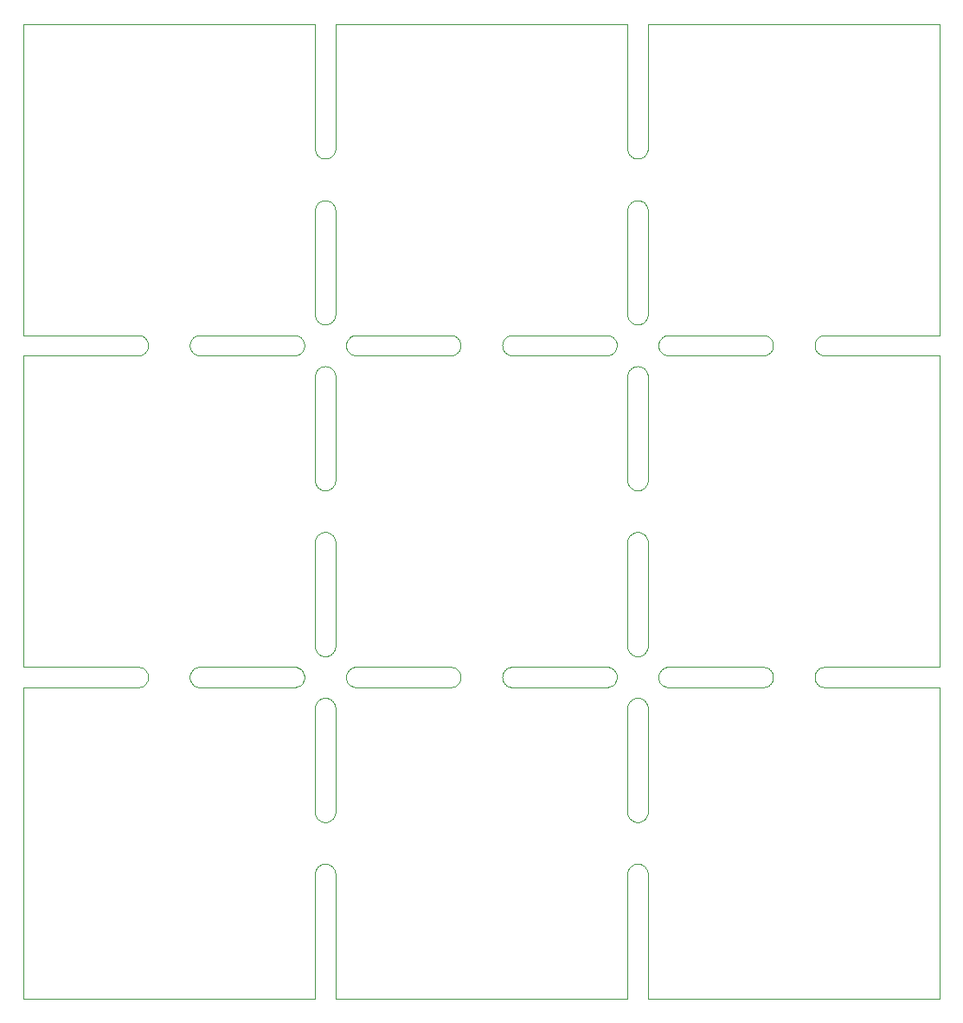
<source format=gko>
%MOIN*%
%OFA0B0*%
%FSLAX36Y36*%
%IPPOS*%
%LPD*%
%ADD10C,0*%
D10*
X001124999Y001359044D02*
X001124999Y001359044D01*
X001124999Y001759065D01*
X001125121Y001762154D01*
X001125484Y001765224D01*
X001126087Y001768256D01*
X001126926Y001771231D01*
X001127996Y001774131D01*
X001129290Y001776939D01*
X001130801Y001779636D01*
X001132518Y001782206D01*
X001134432Y001784634D01*
X001136531Y001786904D01*
X001138801Y001789002D01*
X001141228Y001790916D01*
X001143799Y001792634D01*
X001146496Y001794144D01*
X001149303Y001795438D01*
X001152203Y001796508D01*
X001155179Y001797347D01*
X001158211Y001797950D01*
X001161281Y001798314D01*
X001164369Y001798435D01*
X001164370Y001798435D01*
X001167459Y001798314D01*
X001170528Y001797950D01*
X001173560Y001797347D01*
X001176536Y001796508D01*
X001179436Y001795438D01*
X001182243Y001794144D01*
X001184940Y001792634D01*
X001187511Y001790916D01*
X001189938Y001789002D01*
X001192208Y001786904D01*
X001194307Y001784634D01*
X001196221Y001782206D01*
X001197938Y001779636D01*
X001199449Y001776939D01*
X001200743Y001774131D01*
X001201813Y001771231D01*
X001202652Y001768256D01*
X001203255Y001765224D01*
X001203618Y001762154D01*
X001203740Y001759065D01*
X001203740Y001359044D01*
X001203618Y001355955D01*
X001203255Y001352885D01*
X001202652Y001349854D01*
X001201813Y001346878D01*
X001200743Y001343978D01*
X001199449Y001341171D01*
X001197938Y001338473D01*
X001196221Y001335903D01*
X001194307Y001333475D01*
X001192208Y001331205D01*
X001189938Y001329107D01*
X001187511Y001327193D01*
X001184940Y001325476D01*
X001182243Y001323965D01*
X001179436Y001322671D01*
X001176536Y001321601D01*
X001173560Y001320762D01*
X001170528Y001320159D01*
X001167459Y001319796D01*
X001164370Y001319674D01*
X001164369Y001319674D01*
X001161281Y001319796D01*
X001158211Y001320159D01*
X001155179Y001320762D01*
X001152203Y001321601D01*
X001149303Y001322671D01*
X001146496Y001323965D01*
X001143799Y001325476D01*
X001141228Y001327193D01*
X001138801Y001329107D01*
X001136531Y001331205D01*
X001134432Y001333475D01*
X001132518Y001335903D01*
X001130801Y001338473D01*
X001129290Y001341171D01*
X001127996Y001343978D01*
X001126926Y001346878D01*
X001126087Y001349854D01*
X001125484Y001352885D01*
X001125121Y001355955D01*
X001124999Y001359044D01*
X000000000Y000000000D02*
X000000000Y000000000D01*
X001124999Y000000000D01*
X001124999Y000480325D01*
X001125121Y000483414D01*
X001125484Y000486484D01*
X001126087Y000489516D01*
X001126926Y000492491D01*
X001127996Y000495391D01*
X001129290Y000498198D01*
X001130801Y000500896D01*
X001132518Y000503466D01*
X001134432Y000505894D01*
X001136531Y000508164D01*
X001138801Y000510262D01*
X001141228Y000512176D01*
X001143799Y000513893D01*
X001146496Y000515404D01*
X001149303Y000516698D01*
X001152203Y000517768D01*
X001155179Y000518607D01*
X001158211Y000519210D01*
X001161281Y000519574D01*
X001164369Y000519695D01*
X001164370Y000519695D01*
X001167459Y000519574D01*
X001170528Y000519210D01*
X001173560Y000518607D01*
X001176536Y000517768D01*
X001179436Y000516698D01*
X001182243Y000515404D01*
X001184940Y000513893D01*
X001187511Y000512176D01*
X001189938Y000510262D01*
X001192208Y000508164D01*
X001194307Y000505894D01*
X001196221Y000503466D01*
X001197938Y000500896D01*
X001199449Y000498198D01*
X001200743Y000495391D01*
X001201813Y000492491D01*
X001202652Y000489516D01*
X001203255Y000486484D01*
X001203618Y000483414D01*
X001203740Y000480325D01*
X001203740Y000000000D01*
X002328740Y000000000D01*
X002328740Y000480325D01*
X002328861Y000483414D01*
X002329224Y000486484D01*
X002329827Y000489516D01*
X002330666Y000492491D01*
X002331736Y000495391D01*
X002333031Y000498198D01*
X002334541Y000500896D01*
X002336259Y000503466D01*
X002338172Y000505894D01*
X002340271Y000508164D01*
X002342541Y000510262D01*
X002344968Y000512176D01*
X002347539Y000513893D01*
X002350236Y000515404D01*
X002353043Y000516698D01*
X002355944Y000517768D01*
X002358919Y000518607D01*
X002361951Y000519210D01*
X002365021Y000519574D01*
X002368110Y000519695D01*
X002368110Y000519695D01*
X002371199Y000519574D01*
X002374269Y000519210D01*
X002377301Y000518607D01*
X002380276Y000517768D01*
X002383176Y000516698D01*
X002385983Y000515404D01*
X002388681Y000513893D01*
X002391251Y000512176D01*
X002393679Y000510262D01*
X002395949Y000508164D01*
X002398047Y000505894D01*
X002399961Y000503466D01*
X002401678Y000500896D01*
X002403189Y000498198D01*
X002404483Y000495391D01*
X002405553Y000492491D01*
X002406392Y000489516D01*
X002406995Y000486484D01*
X002407358Y000483414D01*
X002407480Y000480325D01*
X002407480Y000000000D01*
X003532480Y000000000D01*
X003532480Y001200000D01*
X003089654Y001200000D01*
X003086566Y001200121D01*
X003083496Y001200484D01*
X003080464Y001201087D01*
X003077488Y001201926D01*
X003074588Y001202996D01*
X003071781Y001204291D01*
X003069084Y001205801D01*
X003066513Y001207519D01*
X003064086Y001209432D01*
X003061816Y001211531D01*
X003059717Y001213801D01*
X003057803Y001216228D01*
X003056086Y001218799D01*
X003054575Y001221496D01*
X003053281Y001224303D01*
X003052211Y001227204D01*
X003051372Y001230179D01*
X003050769Y001233211D01*
X003050406Y001236281D01*
X003050284Y001239370D01*
X003050284Y001239370D01*
X003050406Y001242459D01*
X003050769Y001245528D01*
X003051372Y001248560D01*
X003052211Y001251536D01*
X003053281Y001254436D01*
X003054575Y001257243D01*
X003056086Y001259940D01*
X003057803Y001262511D01*
X003059717Y001264938D01*
X003061816Y001267208D01*
X003064086Y001269307D01*
X003066513Y001271221D01*
X003069084Y001272938D01*
X003071781Y001274449D01*
X003074588Y001275743D01*
X003077488Y001276813D01*
X003080464Y001277652D01*
X003083496Y001278255D01*
X003086566Y001278618D01*
X003089654Y001278740D01*
X003532480Y001278740D01*
X003532480Y002478740D01*
X003089654Y002478740D01*
X003086566Y002478861D01*
X003083496Y002479224D01*
X003080464Y002479827D01*
X003077488Y002480667D01*
X003074588Y002481737D01*
X003071781Y002483031D01*
X003069084Y002484541D01*
X003066513Y002486259D01*
X003064086Y002488172D01*
X003061816Y002490271D01*
X003059717Y002492541D01*
X003057803Y002494969D01*
X003056086Y002497539D01*
X003054575Y002500236D01*
X003053281Y002503043D01*
X003052211Y002505944D01*
X003051372Y002508919D01*
X003050769Y002511951D01*
X003050406Y002515021D01*
X003050284Y002518110D01*
X003050284Y002518110D01*
X003050406Y002521199D01*
X003050769Y002524269D01*
X003051372Y002527301D01*
X003052211Y002530276D01*
X003053281Y002533176D01*
X003054575Y002535983D01*
X003056086Y002538681D01*
X003057803Y002541251D01*
X003059717Y002543679D01*
X003061816Y002545949D01*
X003064086Y002548047D01*
X003066513Y002549961D01*
X003069084Y002551678D01*
X003071781Y002553189D01*
X003074588Y002554483D01*
X003077488Y002555553D01*
X003080464Y002556392D01*
X003083496Y002556995D01*
X003086566Y002557358D01*
X003089654Y002557480D01*
X003532480Y002557480D01*
X003532480Y003757480D01*
X002407480Y003757480D01*
X002407480Y003277154D01*
X002407358Y003274066D01*
X002406995Y003270996D01*
X002406392Y003267964D01*
X002405553Y003264988D01*
X002404483Y003262088D01*
X002403189Y003259281D01*
X002401678Y003256584D01*
X002399961Y003254013D01*
X002398047Y003251586D01*
X002395949Y003249316D01*
X002393679Y003247217D01*
X002391251Y003245303D01*
X002388681Y003243586D01*
X002385983Y003242075D01*
X002383176Y003240781D01*
X002380276Y003239711D01*
X002377301Y003238872D01*
X002374269Y003238269D01*
X002371199Y003237906D01*
X002368110Y003237784D01*
X002368110Y003237784D01*
X002365021Y003237906D01*
X002361951Y003238269D01*
X002358919Y003238872D01*
X002355944Y003239711D01*
X002353043Y003240781D01*
X002350236Y003242075D01*
X002347539Y003243586D01*
X002344968Y003245303D01*
X002342541Y003247217D01*
X002340271Y003249316D01*
X002338172Y003251586D01*
X002336259Y003254013D01*
X002334541Y003256584D01*
X002333031Y003259281D01*
X002331736Y003262088D01*
X002330666Y003264988D01*
X002329827Y003267964D01*
X002329224Y003270996D01*
X002328861Y003274066D01*
X002328740Y003277154D01*
X002328740Y003757480D01*
X001203740Y003757480D01*
X001203740Y003277154D01*
X001203618Y003274066D01*
X001203255Y003270996D01*
X001202652Y003267964D01*
X001201813Y003264988D01*
X001200743Y003262088D01*
X001199449Y003259281D01*
X001197938Y003256584D01*
X001196221Y003254013D01*
X001194307Y003251586D01*
X001192208Y003249316D01*
X001189938Y003247217D01*
X001187511Y003245303D01*
X001184940Y003243586D01*
X001182243Y003242075D01*
X001179436Y003240781D01*
X001176536Y003239711D01*
X001173560Y003238872D01*
X001170528Y003238269D01*
X001167459Y003237906D01*
X001164370Y003237784D01*
X001164369Y003237784D01*
X001161281Y003237906D01*
X001158211Y003238269D01*
X001155179Y003238872D01*
X001152203Y003239711D01*
X001149303Y003240781D01*
X001146496Y003242075D01*
X001143799Y003243586D01*
X001141228Y003245303D01*
X001138801Y003247217D01*
X001136531Y003249316D01*
X001134432Y003251586D01*
X001132518Y003254013D01*
X001130801Y003256584D01*
X001129290Y003259281D01*
X001127996Y003262088D01*
X001126926Y003264988D01*
X001126087Y003267964D01*
X001125484Y003270996D01*
X001125121Y003274066D01*
X001124999Y003277154D01*
X001124999Y003757480D01*
X000000000Y003757480D01*
X000000000Y002557480D01*
X000442825Y002557480D01*
X000445914Y002557358D01*
X000448984Y002556995D01*
X000452016Y002556392D01*
X000454991Y002555553D01*
X000457891Y002554483D01*
X000460698Y002553189D01*
X000463396Y002551678D01*
X000465966Y002549961D01*
X000468394Y002548047D01*
X000470664Y002545949D01*
X000472762Y002543679D01*
X000474676Y002541251D01*
X000476393Y002538681D01*
X000477904Y002535983D01*
X000479198Y002533176D01*
X000480268Y002530276D01*
X000481107Y002527301D01*
X000481710Y002524269D01*
X000482074Y002521199D01*
X000482195Y002518110D01*
X000482195Y002518110D01*
X000482074Y002515021D01*
X000481710Y002511951D01*
X000481107Y002508919D01*
X000480268Y002505944D01*
X000479198Y002503043D01*
X000477904Y002500236D01*
X000476393Y002497539D01*
X000474676Y002494969D01*
X000472762Y002492541D01*
X000470664Y002490271D01*
X000468394Y002488172D01*
X000465966Y002486259D01*
X000463396Y002484541D01*
X000460698Y002483031D01*
X000457891Y002481737D01*
X000454991Y002480667D01*
X000452016Y002479827D01*
X000448984Y002479224D01*
X000445914Y002478861D01*
X000442825Y002478740D01*
X000000000Y002478740D01*
X000000000Y001278740D01*
X000442825Y001278740D01*
X000445914Y001278618D01*
X000448984Y001278255D01*
X000452016Y001277652D01*
X000454991Y001276813D01*
X000457891Y001275743D01*
X000460698Y001274449D01*
X000463396Y001272938D01*
X000465966Y001271221D01*
X000468394Y001269307D01*
X000470664Y001267208D01*
X000472762Y001264938D01*
X000474676Y001262511D01*
X000476393Y001259940D01*
X000477904Y001257243D01*
X000479198Y001254436D01*
X000480268Y001251536D01*
X000481107Y001248560D01*
X000481710Y001245528D01*
X000482074Y001242459D01*
X000482195Y001239370D01*
X000482195Y001239370D01*
X000482074Y001236281D01*
X000481710Y001233211D01*
X000481107Y001230179D01*
X000480268Y001227204D01*
X000479198Y001224303D01*
X000477904Y001221496D01*
X000476393Y001218799D01*
X000474676Y001216228D01*
X000472762Y001213801D01*
X000470664Y001211531D01*
X000468394Y001209432D01*
X000465966Y001207519D01*
X000463396Y001205801D01*
X000460698Y001204291D01*
X000457891Y001202996D01*
X000454991Y001201926D01*
X000452016Y001201087D01*
X000448984Y001200484D01*
X000445914Y001200121D01*
X000442825Y001200000D01*
X000000000Y001200000D01*
X000000000Y000000000D01*
X002487784Y002478740D02*
X002487784Y002478740D01*
X002483092Y002479020D01*
X002478466Y002479858D01*
X002473973Y002481242D01*
X002469678Y002483151D01*
X002465640Y002485558D01*
X002461918Y002488429D01*
X002458565Y002491724D01*
X002455628Y002495395D01*
X002453150Y002499390D01*
X002451165Y002503651D01*
X002449703Y002508119D01*
X002448784Y002512729D01*
X002448420Y002517416D01*
X002448618Y002522113D01*
X002449375Y002526752D01*
X002450679Y002531269D01*
X002452511Y002535598D01*
X002454847Y002539677D01*
X002457653Y002543449D01*
X002460888Y002546860D01*
X002460888Y002546860D01*
X002461988Y002547851D01*
X002463124Y002548800D01*
X002464295Y002549705D01*
X002465500Y002550566D01*
X002466736Y002551381D01*
X002468002Y002552149D01*
X002469295Y002552868D01*
X002470615Y002553539D01*
X002471959Y002554159D01*
X002473326Y002554729D01*
X002474713Y002555246D01*
X002476118Y002555712D01*
X002477540Y002556124D01*
X002478976Y002556482D01*
X002480425Y002556786D01*
X002481885Y002557035D01*
X002483352Y002557230D01*
X002484826Y002557369D01*
X002486304Y002557452D01*
X002487784Y002557480D01*
X002850305Y002557480D01*
X002853394Y002557358D01*
X002856464Y002556995D01*
X002859496Y002556392D01*
X002862471Y002555553D01*
X002865371Y002554483D01*
X002868179Y002553189D01*
X002870876Y002551678D01*
X002873446Y002549961D01*
X002875874Y002548047D01*
X002878144Y002545949D01*
X002880242Y002543679D01*
X002882156Y002541251D01*
X002883874Y002538681D01*
X002885384Y002535983D01*
X002886678Y002533176D01*
X002887748Y002530276D01*
X002888587Y002527301D01*
X002889191Y002524269D01*
X002889554Y002521199D01*
X002889675Y002518110D01*
X002889675Y002518110D01*
X002889554Y002515021D01*
X002889191Y002511951D01*
X002888587Y002508919D01*
X002887748Y002505944D01*
X002886678Y002503043D01*
X002885384Y002500236D01*
X002883874Y002497539D01*
X002882156Y002494969D01*
X002880242Y002492541D01*
X002878144Y002490271D01*
X002875874Y002488172D01*
X002873446Y002486259D01*
X002870876Y002484541D01*
X002868179Y002483031D01*
X002865371Y002481737D01*
X002862471Y002480667D01*
X002859496Y002479827D01*
X002856464Y002479224D01*
X002853394Y002478861D01*
X002850305Y002478740D01*
X002487784Y002478740D01*
X002328740Y002398435D02*
X002328740Y002398435D01*
X002328861Y002401524D01*
X002329224Y002404594D01*
X002329827Y002407626D01*
X002330666Y002410601D01*
X002331736Y002413501D01*
X002333031Y002416309D01*
X002334541Y002419006D01*
X002336259Y002421576D01*
X002338172Y002424004D01*
X002340271Y002426274D01*
X002342541Y002428372D01*
X002344968Y002430286D01*
X002347539Y002432004D01*
X002350236Y002433514D01*
X002353043Y002434808D01*
X002355944Y002435878D01*
X002358919Y002436717D01*
X002361951Y002437320D01*
X002365021Y002437684D01*
X002368110Y002437805D01*
X002368110Y002437805D01*
X002371199Y002437684D01*
X002374269Y002437320D01*
X002377301Y002436717D01*
X002380276Y002435878D01*
X002383176Y002434808D01*
X002385983Y002433514D01*
X002388681Y002432004D01*
X002391251Y002430286D01*
X002393679Y002428372D01*
X002395949Y002426274D01*
X002398047Y002424004D01*
X002399961Y002421576D01*
X002401678Y002419006D01*
X002403189Y002416309D01*
X002404483Y002413501D01*
X002405553Y002410601D01*
X002406392Y002407626D01*
X002406995Y002404594D01*
X002407358Y002401524D01*
X002407480Y002398435D01*
X002407480Y001998414D01*
X002407358Y001995325D01*
X002406995Y001992255D01*
X002406392Y001989224D01*
X002405553Y001986248D01*
X002404483Y001983348D01*
X002403189Y001980541D01*
X002401678Y001977844D01*
X002399961Y001975273D01*
X002398047Y001972845D01*
X002395949Y001970575D01*
X002393679Y001968477D01*
X002391251Y001966563D01*
X002388681Y001964846D01*
X002385983Y001963335D01*
X002383176Y001962041D01*
X002380276Y001960971D01*
X002377301Y001960132D01*
X002374269Y001959529D01*
X002371199Y001959166D01*
X002368110Y001959044D01*
X002368110Y001959044D01*
X002365021Y001959166D01*
X002361951Y001959529D01*
X002358919Y001960132D01*
X002355944Y001960971D01*
X002353043Y001962041D01*
X002350236Y001963335D01*
X002347539Y001964846D01*
X002344968Y001966563D01*
X002342541Y001968477D01*
X002340271Y001970575D01*
X002338172Y001972845D01*
X002336259Y001975273D01*
X002334541Y001977844D01*
X002333031Y001980541D01*
X002331736Y001983348D01*
X002330666Y001986248D01*
X002329827Y001989224D01*
X002329224Y001992255D01*
X002328861Y001995325D01*
X002328740Y001998414D01*
X002328740Y002398435D01*
X002248435Y002557480D02*
X002248435Y002557480D01*
X002249915Y002557452D01*
X002251393Y002557369D01*
X002252867Y002557230D01*
X002254335Y002557035D01*
X002255794Y002556786D01*
X002257243Y002556482D01*
X002258679Y002556124D01*
X002260101Y002555712D01*
X002261507Y002555246D01*
X002262894Y002554729D01*
X002264260Y002554159D01*
X002265604Y002553539D01*
X002266924Y002552868D01*
X002268218Y002552149D01*
X002269484Y002551381D01*
X002270720Y002550566D01*
X002271924Y002549705D01*
X002273095Y002548800D01*
X002274232Y002547851D01*
X002275332Y002546860D01*
X002275332Y002546860D01*
X002278567Y002543449D01*
X002281372Y002539677D01*
X002283708Y002535598D01*
X002285541Y002531269D01*
X002286845Y002526752D01*
X002287601Y002522113D01*
X002287799Y002517416D01*
X002287436Y002512729D01*
X002286516Y002508119D01*
X002285054Y002503651D01*
X002283070Y002499390D01*
X002280591Y002495395D01*
X002277655Y002491724D01*
X002274302Y002488429D01*
X002270580Y002485558D01*
X002266542Y002483151D01*
X002262246Y002481242D01*
X002257753Y002479858D01*
X002253128Y002479020D01*
X002248435Y002478740D01*
X001885914Y002478740D01*
X001882825Y002478861D01*
X001879755Y002479224D01*
X001876724Y002479827D01*
X001873748Y002480667D01*
X001870848Y002481737D01*
X001868041Y002483031D01*
X001865344Y002484541D01*
X001862773Y002486259D01*
X001860346Y002488172D01*
X001858075Y002490271D01*
X001855977Y002492541D01*
X001854063Y002494969D01*
X001852346Y002497539D01*
X001850835Y002500236D01*
X001849541Y002503043D01*
X001848471Y002505944D01*
X001847632Y002508919D01*
X001847029Y002511951D01*
X001846666Y002515021D01*
X001846544Y002518110D01*
X001846544Y002518110D01*
X001846666Y002521199D01*
X001847029Y002524269D01*
X001847632Y002527301D01*
X001848471Y002530276D01*
X001849541Y002533176D01*
X001850835Y002535983D01*
X001852346Y002538681D01*
X001854063Y002541251D01*
X001855977Y002543679D01*
X001858075Y002545949D01*
X001860346Y002548047D01*
X001862773Y002549961D01*
X001865344Y002551678D01*
X001868041Y002553189D01*
X001870848Y002554483D01*
X001873748Y002555553D01*
X001876724Y002556392D01*
X001879755Y002556995D01*
X001882825Y002557358D01*
X001885914Y002557480D01*
X002248435Y002557480D01*
X002407480Y002637784D02*
X002407480Y002637784D01*
X002407358Y002634695D01*
X002406995Y002631626D01*
X002406392Y002628594D01*
X002405553Y002625618D01*
X002404483Y002622718D01*
X002403189Y002619911D01*
X002401678Y002617214D01*
X002399961Y002614643D01*
X002398047Y002612216D01*
X002395949Y002609946D01*
X002393679Y002607847D01*
X002391251Y002605933D01*
X002388681Y002604216D01*
X002385983Y002602705D01*
X002383176Y002601411D01*
X002380276Y002600341D01*
X002377301Y002599502D01*
X002374269Y002598899D01*
X002371199Y002598536D01*
X002368110Y002598414D01*
X002368110Y002598414D01*
X002365021Y002598536D01*
X002361951Y002598899D01*
X002358919Y002599502D01*
X002355944Y002600341D01*
X002353043Y002601411D01*
X002350236Y002602705D01*
X002347539Y002604216D01*
X002344968Y002605933D01*
X002342541Y002607847D01*
X002340271Y002609946D01*
X002338172Y002612216D01*
X002336259Y002614643D01*
X002334541Y002617214D01*
X002333031Y002619911D01*
X002331736Y002622718D01*
X002330666Y002625618D01*
X002329827Y002628594D01*
X002329224Y002631626D01*
X002328861Y002634695D01*
X002328740Y002637784D01*
X002328740Y003037805D01*
X002328861Y003040894D01*
X002329224Y003043964D01*
X002329827Y003046996D01*
X002330666Y003049971D01*
X002331736Y003052871D01*
X002333031Y003055679D01*
X002334541Y003058376D01*
X002336259Y003060946D01*
X002338172Y003063374D01*
X002340271Y003065644D01*
X002342541Y003067742D01*
X002344968Y003069656D01*
X002347539Y003071374D01*
X002350236Y003072884D01*
X002353043Y003074178D01*
X002355944Y003075248D01*
X002358919Y003076087D01*
X002361951Y003076691D01*
X002365021Y003077054D01*
X002368110Y003077175D01*
X002368110Y003077175D01*
X002371199Y003077054D01*
X002374269Y003076691D01*
X002377301Y003076087D01*
X002380276Y003075248D01*
X002383176Y003074178D01*
X002385983Y003072884D01*
X002388681Y003071374D01*
X002391251Y003069656D01*
X002393679Y003067742D01*
X002395949Y003065644D01*
X002398047Y003063374D01*
X002399961Y003060946D01*
X002401678Y003058376D01*
X002403189Y003055679D01*
X002404483Y003052871D01*
X002405553Y003049971D01*
X002406392Y003046996D01*
X002406995Y003043964D01*
X002407358Y003040894D01*
X002407480Y003037805D01*
X002407480Y002637784D01*
X002487784Y001200000D02*
X002487784Y001200000D01*
X002483092Y001200280D01*
X002478466Y001201118D01*
X002473973Y001202501D01*
X002469678Y001204410D01*
X002465640Y001206818D01*
X002461918Y001209689D01*
X002458565Y001212984D01*
X002455628Y001216655D01*
X002453150Y001220649D01*
X002451165Y001224911D01*
X002449703Y001229379D01*
X002448784Y001233989D01*
X002448420Y001238676D01*
X002448618Y001243372D01*
X002449375Y001248012D01*
X002450679Y001252529D01*
X002452511Y001256857D01*
X002454847Y001260937D01*
X002457653Y001264709D01*
X002460888Y001268120D01*
X002460888Y001268120D01*
X002461988Y001269111D01*
X002463124Y001270060D01*
X002464295Y001270965D01*
X002465500Y001271826D01*
X002466736Y001272641D01*
X002468002Y001273408D01*
X002469295Y001274128D01*
X002470615Y001274799D01*
X002471959Y001275419D01*
X002473326Y001275989D01*
X002474713Y001276506D01*
X002476118Y001276971D01*
X002477540Y001277384D01*
X002478976Y001277742D01*
X002480425Y001278046D01*
X002481885Y001278295D01*
X002483352Y001278489D01*
X002484826Y001278628D01*
X002486304Y001278712D01*
X002487784Y001278740D01*
X002850305Y001278740D01*
X002853394Y001278618D01*
X002856464Y001278255D01*
X002859496Y001277652D01*
X002862471Y001276813D01*
X002865371Y001275743D01*
X002868179Y001274449D01*
X002870876Y001272938D01*
X002873446Y001271221D01*
X002875874Y001269307D01*
X002878144Y001267208D01*
X002880242Y001264938D01*
X002882156Y001262511D01*
X002883874Y001259940D01*
X002885384Y001257243D01*
X002886678Y001254436D01*
X002887748Y001251536D01*
X002888587Y001248560D01*
X002889191Y001245528D01*
X002889554Y001242459D01*
X002889675Y001239370D01*
X002889675Y001239370D01*
X002889554Y001236281D01*
X002889191Y001233211D01*
X002888587Y001230179D01*
X002887748Y001227204D01*
X002886678Y001224303D01*
X002885384Y001221496D01*
X002883874Y001218799D01*
X002882156Y001216228D01*
X002880242Y001213801D01*
X002878144Y001211531D01*
X002875874Y001209432D01*
X002873446Y001207519D01*
X002870876Y001205801D01*
X002868179Y001204291D01*
X002865371Y001202996D01*
X002862471Y001201926D01*
X002859496Y001201087D01*
X002856464Y001200484D01*
X002853394Y001200121D01*
X002850305Y001200000D01*
X002487784Y001200000D01*
X002328740Y001119695D02*
X002328740Y001119695D01*
X002328861Y001122784D01*
X002329224Y001125854D01*
X002329827Y001128886D01*
X002330666Y001131861D01*
X002331736Y001134761D01*
X002333031Y001137569D01*
X002334541Y001140266D01*
X002336259Y001142836D01*
X002338172Y001145264D01*
X002340271Y001147534D01*
X002342541Y001149632D01*
X002344968Y001151546D01*
X002347539Y001153263D01*
X002350236Y001154774D01*
X002353043Y001156068D01*
X002355944Y001157138D01*
X002358919Y001157977D01*
X002361951Y001158580D01*
X002365021Y001158944D01*
X002368110Y001159065D01*
X002368110Y001159065D01*
X002371199Y001158944D01*
X002374269Y001158580D01*
X002377301Y001157977D01*
X002380276Y001157138D01*
X002383176Y001156068D01*
X002385983Y001154774D01*
X002388681Y001153263D01*
X002391251Y001151546D01*
X002393679Y001149632D01*
X002395949Y001147534D01*
X002398047Y001145264D01*
X002399961Y001142836D01*
X002401678Y001140266D01*
X002403189Y001137569D01*
X002404483Y001134761D01*
X002405553Y001131861D01*
X002406392Y001128886D01*
X002406995Y001125854D01*
X002407358Y001122784D01*
X002407480Y001119695D01*
X002407480Y000719674D01*
X002407358Y000716585D01*
X002406995Y000713515D01*
X002406392Y000710483D01*
X002405553Y000707508D01*
X002404483Y000704608D01*
X002403189Y000701801D01*
X002401678Y000699103D01*
X002399961Y000696533D01*
X002398047Y000694105D01*
X002395949Y000691835D01*
X002393679Y000689737D01*
X002391251Y000687823D01*
X002388681Y000686106D01*
X002385983Y000684595D01*
X002383176Y000683301D01*
X002380276Y000682231D01*
X002377301Y000681392D01*
X002374269Y000680789D01*
X002371199Y000680425D01*
X002368110Y000680304D01*
X002368110Y000680304D01*
X002365021Y000680425D01*
X002361951Y000680789D01*
X002358919Y000681392D01*
X002355944Y000682231D01*
X002353043Y000683301D01*
X002350236Y000684595D01*
X002347539Y000686106D01*
X002344968Y000687823D01*
X002342541Y000689737D01*
X002340271Y000691835D01*
X002338172Y000694105D01*
X002336259Y000696533D01*
X002334541Y000699103D01*
X002333031Y000701801D01*
X002331736Y000704608D01*
X002330666Y000707508D01*
X002329827Y000710483D01*
X002329224Y000713515D01*
X002328861Y000716585D01*
X002328740Y000719674D01*
X002328740Y001119695D01*
X002248435Y001278740D02*
X002248435Y001278740D01*
X002249915Y001278712D01*
X002251393Y001278628D01*
X002252867Y001278489D01*
X002254335Y001278295D01*
X002255794Y001278046D01*
X002257243Y001277742D01*
X002258679Y001277384D01*
X002260101Y001276971D01*
X002261507Y001276506D01*
X002262894Y001275989D01*
X002264260Y001275419D01*
X002265604Y001274799D01*
X002266924Y001274128D01*
X002268218Y001273408D01*
X002269484Y001272641D01*
X002270720Y001271826D01*
X002271924Y001270965D01*
X002273095Y001270060D01*
X002274232Y001269111D01*
X002275332Y001268120D01*
X002275332Y001268120D01*
X002278567Y001264709D01*
X002281372Y001260937D01*
X002283708Y001256857D01*
X002285541Y001252529D01*
X002286845Y001248012D01*
X002287601Y001243372D01*
X002287799Y001238676D01*
X002287436Y001233989D01*
X002286516Y001229379D01*
X002285054Y001224911D01*
X002283070Y001220649D01*
X002280591Y001216655D01*
X002277655Y001212984D01*
X002274302Y001209689D01*
X002270580Y001206818D01*
X002266542Y001204410D01*
X002262246Y001202501D01*
X002257753Y001201118D01*
X002253128Y001200280D01*
X002248435Y001200000D01*
X001885914Y001200000D01*
X001882825Y001200121D01*
X001879755Y001200484D01*
X001876724Y001201087D01*
X001873748Y001201926D01*
X001870848Y001202996D01*
X001868041Y001204291D01*
X001865344Y001205801D01*
X001862773Y001207519D01*
X001860346Y001209432D01*
X001858075Y001211531D01*
X001855977Y001213801D01*
X001854063Y001216228D01*
X001852346Y001218799D01*
X001850835Y001221496D01*
X001849541Y001224303D01*
X001848471Y001227204D01*
X001847632Y001230179D01*
X001847029Y001233211D01*
X001846666Y001236281D01*
X001846544Y001239370D01*
X001846544Y001239370D01*
X001846666Y001242459D01*
X001847029Y001245528D01*
X001847632Y001248560D01*
X001848471Y001251536D01*
X001849541Y001254436D01*
X001850835Y001257243D01*
X001852346Y001259940D01*
X001854063Y001262511D01*
X001855977Y001264938D01*
X001858075Y001267208D01*
X001860346Y001269307D01*
X001862773Y001271221D01*
X001865344Y001272938D01*
X001868041Y001274449D01*
X001870848Y001275743D01*
X001873748Y001276813D01*
X001876724Y001277652D01*
X001879755Y001278255D01*
X001882825Y001278618D01*
X001885914Y001278740D01*
X002248435Y001278740D01*
X002407480Y001359044D02*
X002407480Y001359044D01*
X002407358Y001355955D01*
X002406995Y001352885D01*
X002406392Y001349854D01*
X002405553Y001346878D01*
X002404483Y001343978D01*
X002403189Y001341171D01*
X002401678Y001338473D01*
X002399961Y001335903D01*
X002398047Y001333475D01*
X002395949Y001331205D01*
X002393679Y001329107D01*
X002391251Y001327193D01*
X002388681Y001325476D01*
X002385983Y001323965D01*
X002383176Y001322671D01*
X002380276Y001321601D01*
X002377301Y001320762D01*
X002374269Y001320159D01*
X002371199Y001319796D01*
X002368110Y001319674D01*
X002368110Y001319674D01*
X002365021Y001319796D01*
X002361951Y001320159D01*
X002358919Y001320762D01*
X002355944Y001321601D01*
X002353043Y001322671D01*
X002350236Y001323965D01*
X002347539Y001325476D01*
X002344968Y001327193D01*
X002342541Y001329107D01*
X002340271Y001331205D01*
X002338172Y001333475D01*
X002336259Y001335903D01*
X002334541Y001338473D01*
X002333031Y001341171D01*
X002331736Y001343978D01*
X002330666Y001346878D01*
X002329827Y001349854D01*
X002329224Y001352885D01*
X002328861Y001355955D01*
X002328740Y001359044D01*
X002328740Y001759065D01*
X002328861Y001762154D01*
X002329224Y001765224D01*
X002329827Y001768256D01*
X002330666Y001771231D01*
X002331736Y001774131D01*
X002333031Y001776939D01*
X002334541Y001779636D01*
X002336259Y001782206D01*
X002338172Y001784634D01*
X002340271Y001786904D01*
X002342541Y001789002D01*
X002344968Y001790916D01*
X002347539Y001792634D01*
X002350236Y001794144D01*
X002353043Y001795438D01*
X002355944Y001796508D01*
X002358919Y001797347D01*
X002361951Y001797950D01*
X002365021Y001798314D01*
X002368110Y001798435D01*
X002368110Y001798435D01*
X002371199Y001798314D01*
X002374269Y001797950D01*
X002377301Y001797347D01*
X002380276Y001796508D01*
X002383176Y001795438D01*
X002385983Y001794144D01*
X002388681Y001792634D01*
X002391251Y001790916D01*
X002393679Y001789002D01*
X002395949Y001786904D01*
X002398047Y001784634D01*
X002399961Y001782206D01*
X002401678Y001779636D01*
X002403189Y001776939D01*
X002404483Y001774131D01*
X002405553Y001771231D01*
X002406392Y001768256D01*
X002406995Y001765224D01*
X002407358Y001762154D01*
X002407480Y001759065D01*
X002407480Y001359044D01*
X001284044Y002478740D02*
X001284044Y002478740D01*
X001279352Y002479020D01*
X001274726Y002479858D01*
X001270233Y002481242D01*
X001265937Y002483151D01*
X001261900Y002485558D01*
X001258178Y002488429D01*
X001254824Y002491724D01*
X001251888Y002495395D01*
X001249410Y002499390D01*
X001247425Y002503651D01*
X001245963Y002508119D01*
X001245044Y002512729D01*
X001244680Y002517416D01*
X001244878Y002522113D01*
X001245634Y002526752D01*
X001246938Y002531269D01*
X001248771Y002535598D01*
X001251107Y002539677D01*
X001253913Y002543449D01*
X001257148Y002546860D01*
X001257148Y002546860D01*
X001258248Y002547851D01*
X001259384Y002548800D01*
X001260555Y002549705D01*
X001261760Y002550566D01*
X001262996Y002551381D01*
X001264261Y002552149D01*
X001265555Y002552868D01*
X001266875Y002553539D01*
X001268219Y002554159D01*
X001269586Y002554729D01*
X001270973Y002555246D01*
X001272378Y002555712D01*
X001273800Y002556124D01*
X001275236Y002556482D01*
X001276685Y002556786D01*
X001278144Y002557035D01*
X001279612Y002557230D01*
X001281086Y002557369D01*
X001282564Y002557452D01*
X001284044Y002557480D01*
X001646565Y002557480D01*
X001649654Y002557358D01*
X001652724Y002556995D01*
X001655756Y002556392D01*
X001658731Y002555553D01*
X001661631Y002554483D01*
X001664439Y002553189D01*
X001667136Y002551678D01*
X001669706Y002549961D01*
X001672134Y002548047D01*
X001674404Y002545949D01*
X001676502Y002543679D01*
X001678416Y002541251D01*
X001680133Y002538681D01*
X001681644Y002535983D01*
X001682938Y002533176D01*
X001684008Y002530276D01*
X001684847Y002527301D01*
X001685450Y002524269D01*
X001685814Y002521199D01*
X001685935Y002518110D01*
X001685935Y002518110D01*
X001685814Y002515021D01*
X001685450Y002511951D01*
X001684847Y002508919D01*
X001684008Y002505944D01*
X001682938Y002503043D01*
X001681644Y002500236D01*
X001680133Y002497539D01*
X001678416Y002494969D01*
X001676502Y002492541D01*
X001674404Y002490271D01*
X001672134Y002488172D01*
X001669706Y002486259D01*
X001667136Y002484541D01*
X001664439Y002483031D01*
X001661631Y002481737D01*
X001658731Y002480667D01*
X001655756Y002479827D01*
X001652724Y002479224D01*
X001649654Y002478861D01*
X001646565Y002478740D01*
X001284044Y002478740D01*
X001124999Y002398435D02*
X001124999Y002398435D01*
X001125121Y002401524D01*
X001125484Y002404594D01*
X001126087Y002407626D01*
X001126926Y002410601D01*
X001127996Y002413501D01*
X001129290Y002416309D01*
X001130801Y002419006D01*
X001132518Y002421576D01*
X001134432Y002424004D01*
X001136531Y002426274D01*
X001138801Y002428372D01*
X001141228Y002430286D01*
X001143799Y002432004D01*
X001146496Y002433514D01*
X001149303Y002434808D01*
X001152203Y002435878D01*
X001155179Y002436717D01*
X001158211Y002437320D01*
X001161281Y002437684D01*
X001164369Y002437805D01*
X001164370Y002437805D01*
X001167459Y002437684D01*
X001170528Y002437320D01*
X001173560Y002436717D01*
X001176536Y002435878D01*
X001179436Y002434808D01*
X001182243Y002433514D01*
X001184940Y002432004D01*
X001187511Y002430286D01*
X001189938Y002428372D01*
X001192208Y002426274D01*
X001194307Y002424004D01*
X001196221Y002421576D01*
X001197938Y002419006D01*
X001199449Y002416309D01*
X001200743Y002413501D01*
X001201813Y002410601D01*
X001202652Y002407626D01*
X001203255Y002404594D01*
X001203618Y002401524D01*
X001203740Y002398435D01*
X001203740Y001998414D01*
X001203618Y001995325D01*
X001203255Y001992255D01*
X001202652Y001989224D01*
X001201813Y001986248D01*
X001200743Y001983348D01*
X001199449Y001980541D01*
X001197938Y001977844D01*
X001196221Y001975273D01*
X001194307Y001972845D01*
X001192208Y001970575D01*
X001189938Y001968477D01*
X001187511Y001966563D01*
X001184940Y001964846D01*
X001182243Y001963335D01*
X001179436Y001962041D01*
X001176536Y001960971D01*
X001173560Y001960132D01*
X001170528Y001959529D01*
X001167459Y001959166D01*
X001164370Y001959044D01*
X001164369Y001959044D01*
X001161281Y001959166D01*
X001158211Y001959529D01*
X001155179Y001960132D01*
X001152203Y001960971D01*
X001149303Y001962041D01*
X001146496Y001963335D01*
X001143799Y001964846D01*
X001141228Y001966563D01*
X001138801Y001968477D01*
X001136531Y001970575D01*
X001134432Y001972845D01*
X001132518Y001975273D01*
X001130801Y001977844D01*
X001129290Y001980541D01*
X001127996Y001983348D01*
X001126926Y001986248D01*
X001126087Y001989224D01*
X001125484Y001992255D01*
X001125121Y001995325D01*
X001124999Y001998414D01*
X001124999Y002398435D01*
X001044695Y002557480D02*
X001044695Y002557480D01*
X001046175Y002557452D01*
X001047653Y002557369D01*
X001049127Y002557230D01*
X001050595Y002557035D01*
X001052054Y002556786D01*
X001053503Y002556482D01*
X001054939Y002556124D01*
X001056361Y002555712D01*
X001057767Y002555246D01*
X001059153Y002554729D01*
X001060520Y002554159D01*
X001061864Y002553539D01*
X001063184Y002552868D01*
X001064478Y002552149D01*
X001065743Y002551381D01*
X001066979Y002550566D01*
X001068184Y002549705D01*
X001069355Y002548800D01*
X001070492Y002547851D01*
X001071591Y002546860D01*
X001071591Y002546860D01*
X001074827Y002543449D01*
X001077632Y002539677D01*
X001079968Y002535598D01*
X001081801Y002531269D01*
X001083105Y002526752D01*
X001083861Y002522113D01*
X001084059Y002517416D01*
X001083696Y002512729D01*
X001082776Y002508119D01*
X001081314Y002503651D01*
X001079329Y002499390D01*
X001076851Y002495395D01*
X001073915Y002491724D01*
X001070561Y002488429D01*
X001066839Y002485558D01*
X001062802Y002483151D01*
X001058506Y002481242D01*
X001054013Y002479858D01*
X001049387Y002479020D01*
X001044695Y002478740D01*
X000682174Y002478740D01*
X000679085Y002478861D01*
X000676015Y002479224D01*
X000672983Y002479827D01*
X000670008Y002480667D01*
X000667108Y002481737D01*
X000664301Y002483031D01*
X000661603Y002484541D01*
X000659033Y002486259D01*
X000656605Y002488172D01*
X000654335Y002490271D01*
X000652237Y002492541D01*
X000650323Y002494969D01*
X000648606Y002497539D01*
X000647095Y002500236D01*
X000645801Y002503043D01*
X000644731Y002505944D01*
X000643892Y002508919D01*
X000643289Y002511951D01*
X000642925Y002515021D01*
X000642804Y002518110D01*
X000642804Y002518110D01*
X000642925Y002521199D01*
X000643289Y002524269D01*
X000643892Y002527301D01*
X000644731Y002530276D01*
X000645801Y002533176D01*
X000647095Y002535983D01*
X000648606Y002538681D01*
X000650323Y002541251D01*
X000652237Y002543679D01*
X000654335Y002545949D01*
X000656605Y002548047D01*
X000659033Y002549961D01*
X000661603Y002551678D01*
X000664301Y002553189D01*
X000667108Y002554483D01*
X000670008Y002555553D01*
X000672983Y002556392D01*
X000676015Y002556995D01*
X000679085Y002557358D01*
X000682174Y002557480D01*
X001044695Y002557480D01*
X001203740Y002637784D02*
X001203740Y002637784D01*
X001203618Y002634695D01*
X001203255Y002631626D01*
X001202652Y002628594D01*
X001201813Y002625618D01*
X001200743Y002622718D01*
X001199449Y002619911D01*
X001197938Y002617214D01*
X001196221Y002614643D01*
X001194307Y002612216D01*
X001192208Y002609946D01*
X001189938Y002607847D01*
X001187511Y002605933D01*
X001184940Y002604216D01*
X001182243Y002602705D01*
X001179436Y002601411D01*
X001176536Y002600341D01*
X001173560Y002599502D01*
X001170528Y002598899D01*
X001167459Y002598536D01*
X001164370Y002598414D01*
X001164369Y002598414D01*
X001161281Y002598536D01*
X001158211Y002598899D01*
X001155179Y002599502D01*
X001152203Y002600341D01*
X001149303Y002601411D01*
X001146496Y002602705D01*
X001143799Y002604216D01*
X001141228Y002605933D01*
X001138801Y002607847D01*
X001136531Y002609946D01*
X001134432Y002612216D01*
X001132518Y002614643D01*
X001130801Y002617214D01*
X001129290Y002619911D01*
X001127996Y002622718D01*
X001126926Y002625618D01*
X001126087Y002628594D01*
X001125484Y002631626D01*
X001125121Y002634695D01*
X001124999Y002637784D01*
X001124999Y003037805D01*
X001125121Y003040894D01*
X001125484Y003043964D01*
X001126087Y003046996D01*
X001126926Y003049971D01*
X001127996Y003052871D01*
X001129290Y003055679D01*
X001130801Y003058376D01*
X001132518Y003060946D01*
X001134432Y003063374D01*
X001136531Y003065644D01*
X001138801Y003067742D01*
X001141228Y003069656D01*
X001143799Y003071374D01*
X001146496Y003072884D01*
X001149303Y003074178D01*
X001152203Y003075248D01*
X001155179Y003076087D01*
X001158211Y003076691D01*
X001161281Y003077054D01*
X001164369Y003077175D01*
X001164370Y003077175D01*
X001167459Y003077054D01*
X001170528Y003076691D01*
X001173560Y003076087D01*
X001176536Y003075248D01*
X001179436Y003074178D01*
X001182243Y003072884D01*
X001184940Y003071374D01*
X001187511Y003069656D01*
X001189938Y003067742D01*
X001192208Y003065644D01*
X001194307Y003063374D01*
X001196221Y003060946D01*
X001197938Y003058376D01*
X001199449Y003055679D01*
X001200743Y003052871D01*
X001201813Y003049971D01*
X001202652Y003046996D01*
X001203255Y003043964D01*
X001203618Y003040894D01*
X001203740Y003037805D01*
X001203740Y002637784D01*
X001284044Y001200000D02*
X001284044Y001200000D01*
X001279352Y001200280D01*
X001274726Y001201118D01*
X001270233Y001202501D01*
X001265937Y001204410D01*
X001261900Y001206818D01*
X001258178Y001209689D01*
X001254824Y001212984D01*
X001251888Y001216655D01*
X001249410Y001220649D01*
X001247425Y001224911D01*
X001245963Y001229379D01*
X001245044Y001233989D01*
X001244680Y001238676D01*
X001244878Y001243372D01*
X001245634Y001248012D01*
X001246938Y001252529D01*
X001248771Y001256857D01*
X001251107Y001260937D01*
X001253913Y001264709D01*
X001257148Y001268120D01*
X001257148Y001268120D01*
X001258248Y001269111D01*
X001259384Y001270060D01*
X001260555Y001270965D01*
X001261760Y001271826D01*
X001262996Y001272641D01*
X001264261Y001273408D01*
X001265555Y001274128D01*
X001266875Y001274799D01*
X001268219Y001275419D01*
X001269586Y001275989D01*
X001270973Y001276506D01*
X001272378Y001276971D01*
X001273800Y001277384D01*
X001275236Y001277742D01*
X001276685Y001278046D01*
X001278144Y001278295D01*
X001279612Y001278489D01*
X001281086Y001278628D01*
X001282564Y001278712D01*
X001284044Y001278740D01*
X001646565Y001278740D01*
X001649654Y001278618D01*
X001652724Y001278255D01*
X001655756Y001277652D01*
X001658731Y001276813D01*
X001661631Y001275743D01*
X001664439Y001274449D01*
X001667136Y001272938D01*
X001669706Y001271221D01*
X001672134Y001269307D01*
X001674404Y001267208D01*
X001676502Y001264938D01*
X001678416Y001262511D01*
X001680133Y001259940D01*
X001681644Y001257243D01*
X001682938Y001254436D01*
X001684008Y001251536D01*
X001684847Y001248560D01*
X001685450Y001245528D01*
X001685814Y001242459D01*
X001685935Y001239370D01*
X001685935Y001239370D01*
X001685814Y001236281D01*
X001685450Y001233211D01*
X001684847Y001230179D01*
X001684008Y001227204D01*
X001682938Y001224303D01*
X001681644Y001221496D01*
X001680133Y001218799D01*
X001678416Y001216228D01*
X001676502Y001213801D01*
X001674404Y001211531D01*
X001672134Y001209432D01*
X001669706Y001207519D01*
X001667136Y001205801D01*
X001664439Y001204291D01*
X001661631Y001202996D01*
X001658731Y001201926D01*
X001655756Y001201087D01*
X001652724Y001200484D01*
X001649654Y001200121D01*
X001646565Y001200000D01*
X001284044Y001200000D01*
X001124999Y001119695D02*
X001124999Y001119695D01*
X001125121Y001122784D01*
X001125484Y001125854D01*
X001126087Y001128886D01*
X001126926Y001131861D01*
X001127996Y001134761D01*
X001129290Y001137569D01*
X001130801Y001140266D01*
X001132518Y001142836D01*
X001134432Y001145264D01*
X001136531Y001147534D01*
X001138801Y001149632D01*
X001141228Y001151546D01*
X001143799Y001153263D01*
X001146496Y001154774D01*
X001149303Y001156068D01*
X001152203Y001157138D01*
X001155179Y001157977D01*
X001158211Y001158580D01*
X001161281Y001158944D01*
X001164369Y001159065D01*
X001164370Y001159065D01*
X001167459Y001158944D01*
X001170528Y001158580D01*
X001173560Y001157977D01*
X001176536Y001157138D01*
X001179436Y001156068D01*
X001182243Y001154774D01*
X001184940Y001153263D01*
X001187511Y001151546D01*
X001189938Y001149632D01*
X001192208Y001147534D01*
X001194307Y001145264D01*
X001196221Y001142836D01*
X001197938Y001140266D01*
X001199449Y001137569D01*
X001200743Y001134761D01*
X001201813Y001131861D01*
X001202652Y001128886D01*
X001203255Y001125854D01*
X001203618Y001122784D01*
X001203740Y001119695D01*
X001203740Y000719674D01*
X001203618Y000716585D01*
X001203255Y000713515D01*
X001202652Y000710483D01*
X001201813Y000707508D01*
X001200743Y000704608D01*
X001199449Y000701801D01*
X001197938Y000699103D01*
X001196221Y000696533D01*
X001194307Y000694105D01*
X001192208Y000691835D01*
X001189938Y000689737D01*
X001187511Y000687823D01*
X001184940Y000686106D01*
X001182243Y000684595D01*
X001179436Y000683301D01*
X001176536Y000682231D01*
X001173560Y000681392D01*
X001170528Y000680789D01*
X001167459Y000680425D01*
X001164370Y000680304D01*
X001164369Y000680304D01*
X001161281Y000680425D01*
X001158211Y000680789D01*
X001155179Y000681392D01*
X001152203Y000682231D01*
X001149303Y000683301D01*
X001146496Y000684595D01*
X001143799Y000686106D01*
X001141228Y000687823D01*
X001138801Y000689737D01*
X001136531Y000691835D01*
X001134432Y000694105D01*
X001132518Y000696533D01*
X001130801Y000699103D01*
X001129290Y000701801D01*
X001127996Y000704608D01*
X001126926Y000707508D01*
X001126087Y000710483D01*
X001125484Y000713515D01*
X001125121Y000716585D01*
X001124999Y000719674D01*
X001124999Y001119695D01*
X001044695Y001278740D02*
X001044695Y001278740D01*
X001046175Y001278712D01*
X001047653Y001278628D01*
X001049127Y001278489D01*
X001050595Y001278295D01*
X001052054Y001278046D01*
X001053503Y001277742D01*
X001054939Y001277384D01*
X001056361Y001276971D01*
X001057767Y001276506D01*
X001059153Y001275989D01*
X001060520Y001275419D01*
X001061864Y001274799D01*
X001063184Y001274128D01*
X001064478Y001273408D01*
X001065743Y001272641D01*
X001066979Y001271826D01*
X001068184Y001270965D01*
X001069355Y001270060D01*
X001070492Y001269111D01*
X001071591Y001268120D01*
X001071591Y001268120D01*
X001074827Y001264709D01*
X001077632Y001260937D01*
X001079968Y001256857D01*
X001081801Y001252529D01*
X001083105Y001248012D01*
X001083861Y001243372D01*
X001084059Y001238676D01*
X001083696Y001233989D01*
X001082776Y001229379D01*
X001081314Y001224911D01*
X001079329Y001220649D01*
X001076851Y001216655D01*
X001073915Y001212984D01*
X001070561Y001209689D01*
X001066839Y001206818D01*
X001062802Y001204410D01*
X001058506Y001202501D01*
X001054013Y001201118D01*
X001049387Y001200280D01*
X001044695Y001200000D01*
X000682174Y001200000D01*
X000679085Y001200121D01*
X000676015Y001200484D01*
X000672983Y001201087D01*
X000670008Y001201926D01*
X000667108Y001202996D01*
X000664301Y001204291D01*
X000661603Y001205801D01*
X000659033Y001207519D01*
X000656605Y001209432D01*
X000654335Y001211531D01*
X000652237Y001213801D01*
X000650323Y001216228D01*
X000648606Y001218799D01*
X000647095Y001221496D01*
X000645801Y001224303D01*
X000644731Y001227204D01*
X000643892Y001230179D01*
X000643289Y001233211D01*
X000642925Y001236281D01*
X000642804Y001239370D01*
X000642804Y001239370D01*
X000642925Y001242459D01*
X000643289Y001245528D01*
X000643892Y001248560D01*
X000644731Y001251536D01*
X000645801Y001254436D01*
X000647095Y001257243D01*
X000648606Y001259940D01*
X000650323Y001262511D01*
X000652237Y001264938D01*
X000654335Y001267208D01*
X000656605Y001269307D01*
X000659033Y001271221D01*
X000661603Y001272938D01*
X000664301Y001274449D01*
X000667108Y001275743D01*
X000670008Y001276813D01*
X000672983Y001277652D01*
X000676015Y001278255D01*
X000679085Y001278618D01*
X000682174Y001278740D01*
X001044695Y001278740D01*
M02*
</source>
